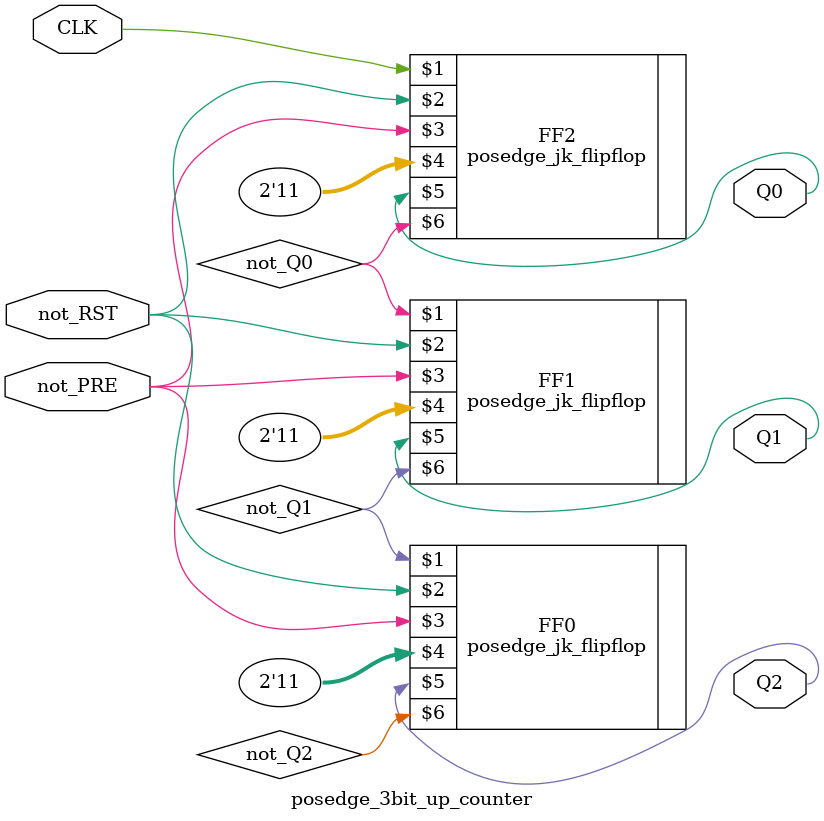
<source format=sv>

module posedge_3bit_up_counter(CLK, not_RST, not_PRE, Q0, Q1, Q2);
    input CLK, not_RST, not_PRE;
    output reg Q0, Q1, Q2;
    wire not_Q0, not_Q1, not_Q2;

    posedge_jk_flipflop FF2(CLK, not_RST, not_PRE, 2'b11, Q0, not_Q0);
    posedge_jk_flipflop FF1(not_Q0, not_RST, not_PRE, 2'b11, Q1, not_Q1);
    posedge_jk_flipflop FF0(not_Q1, not_RST, not_PRE, 2'b11, Q2, not_Q2);
endmodule

</source>
